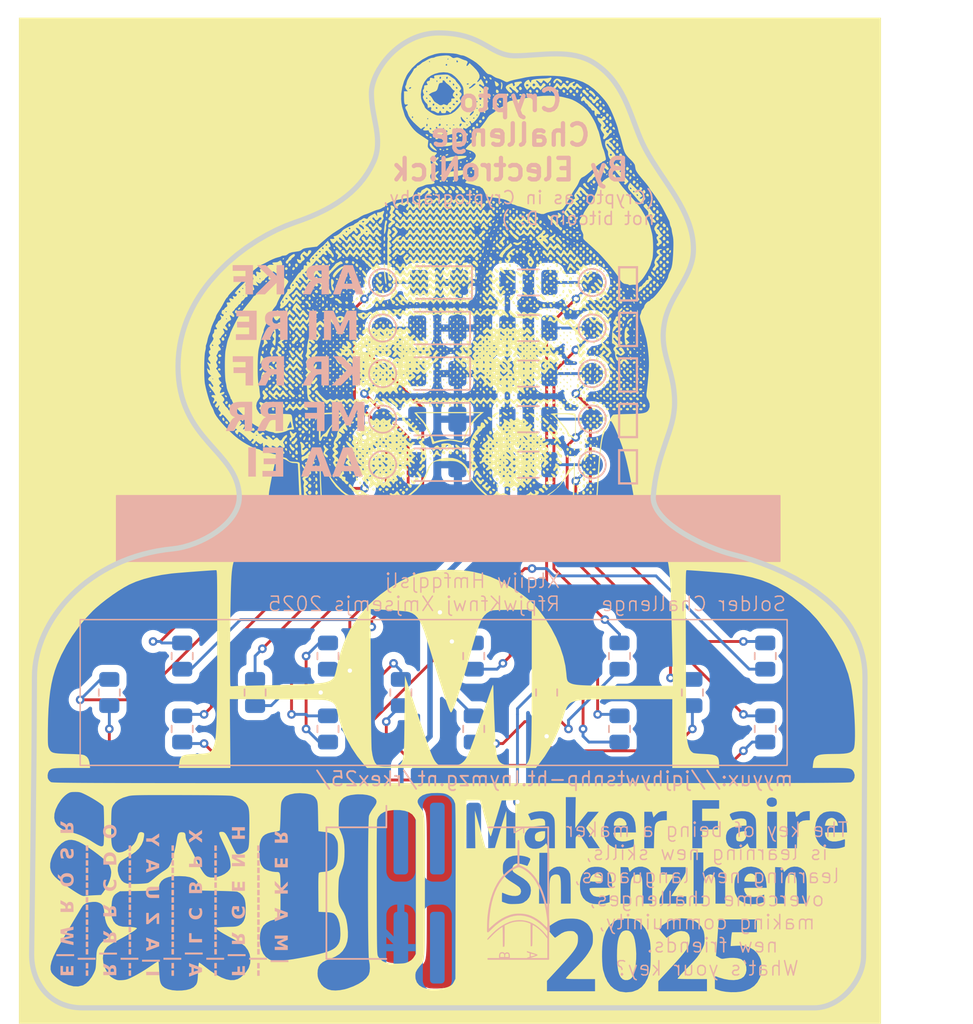
<source format=kicad_pcb>
(kicad_pcb (version 20241229) (generator "pcbnew") (generator_version "9.0")
  (layers (0 "F.Cu" signal) (2 "B.Cu" signal) (13 "F.Paste" user) (15 "B.Paste" user) (5 "F.SilkS" user "F.Silkscreen") (7 "B.SilkS" user "B.Silkscreen") (1 "F.Mask" user) (3 "B.Mask" user) (25 "Edge.Cuts" user))
  (net 0 "")
  (net 1 "Net-(D1-A)")
  (net 2 "GND")
  (net 3 "Net-(D2-A)")
  (net 4 "Net-(D3-A)")
  (net 5 "Net-(D4-A)")
  (net 6 "Net-(D5-A)")
  (net 7 "Net-(R1-Pad2)")
  (net 8 "VCC")
  (net 9 "Net-(R2-Pad2)")
  (net 10 "Net-(R3-Pad2)")
  (net 11 "Net-(R4-Pad2)")
  (net 12 "Net-(R10-Pad1)")
  (net 13 "Net-(R11-Pad1)")
  (net 14 "Net-(R12-Pad1)")
  (net 15 "Net-(R13-Pad1)")
  (net 16 "Net-(R14-Pad1)")
  (net 17 "Net-(R10-Pad2)")
  (net 18 "Net-(R11-Pad2)")
  (net 19 "Net-(R12-Pad2)")
  (net 20 "Net-(R13-Pad2)")
  (net 21 "Net-(R14-Pad2)")
  (net 22 "Net-(R15-Pad2)")
  (footprint "LOGO" (layer "F.Cu") (at 72 112.5)
    (property "Reference" "G***" (hide yes))
    (property "Value" "LOGO" (hide yes))
  )
  (footprint "LOGO" (layer "F.Cu") (at 72 112.5)
    (property "Reference" "G***" (hide yes))
    (property "Value" "LOGO" (hide yes))
  )
  (footprint "LOGO" (layer "F.Cu") (at 72.136 112.458175)
    (property "Reference" "G***")
    (property "Value" "LOGO" (hide yes))
  )
  (footprint "LED_SMD:LED_1206_3216Metric" (layer "B.Cu") (at 71.12 108.585 180)
    (property "Reference" "D1" (hide yes))
    (property "Value" "LED")
  )
  (footprint "Resistor_SMD:R_0805_2012Metric" (layer "B.Cu") (at 63.5 121.92 90)
    (property "Reference" "R13" (hide yes))
    (property "Value" "0R")
  )
  (footprint "Resistor_SMD:R_0805_2012Metric" (layer "B.Cu") (at 83.82 121.92 -90)
    (property "Reference" "R10" (hide yes))
    (property "Value" "0R")
  )
  (footprint "Resistor_SMD:R_1206_3216Metric" (layer "B.Cu") (at 77.47 95.885)
    (property "Reference" "R4" (hide yes))
    (property "Value" "330R")
  )
  (footprint "Resistor_SMD:R_0805_2012Metric" (layer "B.Cu") (at 53.34 121.92 90)
    (property "Reference" "R20" (hide yes))
    (property "Value" "0R")
  )
  (footprint "Resistor_SMD:R_0805_2012Metric" (layer "B.Cu") (at 63.5 127 90)
    (property "Reference" "R18" (hide yes))
    (property "Value" "0R")
  )
  (footprint "TestPoint:TestPoint_Pad_D1.5mm" (layer "B.Cu") (at 81.915 102.235 180)
    (property "Reference" "TP3" (hide yes))
    (property "Value" "月")
  )
  (footprint "LED_SMD:LED_1206_3216Metric" (layer "B.Cu") (at 71.12 102.235 180)
    (property "Reference" "D2" (hide yes))
    (property "Value" "LED")
  )
  (footprint "LOGO" (layer "B.Cu") (at 76.708 138.684 90)
    (property "Reference" "G***" (hide yes))
    (property "Value" "LOGO" (hide yes))
  )
  (footprint "TestPoint:TestPoint_Pad_D1.5mm" (layer "B.Cu") (at 67.31 95.885 180)
    (property "Reference" "TP9" (hide yes))
    (property "Value" "AR KF")
  )
  (footprint "TestPoint:TestPoint_Pad_D1.5mm" (layer "B.Cu") (at 81.915 108.585 180)
    (property "Reference" "TP2" (hide yes))
    (property "Value" "水")
  )
  (footprint "LED_SMD:LED_1206_3216Metric" (layer "B.Cu") (at 71.12 99.06 180)
    (property "Reference" "D3" (hide yes))
    (property "Value" "LED")
  )
  (footprint "Resistor_SMD:R_0805_2012Metric" (layer "B.Cu") (at 68.58 124.46 90)
    (property "Reference" "R12" (hide yes))
    (property "Value" "0R")
  )
  (footprint "TestPoint:TestPoint_Pad_D1.5mm" (layer "B.Cu") (at 67.31 105.41 180)
    (property "Reference" "TP10" (hide yes))
    (property "Value" "MF RR")
  )
  (footprint "Connector_IDC:IDC-Header_2x03_P2.54mm_Vertical_SMD" (layer "B.Cu") (at 71.12 138.44 -90)
    (property "Reference" "J2" (hide yes))
    (property "Value" "Conn_02x03_Odd_Even")
  )
  (footprint "Resistor_SMD:R_0805_2012Metric" (layer "B.Cu") (at 78.74 124.46 90)
    (property "Reference" "R11" (hide yes))
    (property "Value" "0R")
  )
  (footprint "TestPoint:TestPoint_Pad_D1.5mm" (layer "B.Cu") (at 81.915 105.41 180)
    (property "Reference" "TP1" (hide yes))
    (property "Value" "火")
  )
  (footprint "Resistor_SMD:R_0805_2012Metric" (layer "B.Cu") (at 83.82 127 -90)
    (property "Reference" "R9" (hide yes))
    (property "Value" "0R")
  )
  (footprint "TestPoint:TestPoint_Pad_D1.5mm" (layer "B.Cu") (at 67.31 102.235 180)
    (property "Reference" "TP7" (hide yes))
    (property "Value" "KR RF")
  )
  (footprint "Resistor_SMD:R_0805_2012Metric" (layer "B.Cu") (at 73.66 121.92 90)
    (property "Reference" "R14" (hide yes))
    (property "Value" "0R")
  )
  (footprint "Resistor_SMD:R_1206_3216Metric" (layer "B.Cu") (at 77.47 99.06)
    (property "Reference" "R5" (hide yes))
    (property "Value" "330R")
  )
  (footprint "Resistor_SMD:R_0805_2012Metric" (layer "B.Cu") (at 53.34 127 90)
    (property "Reference" "R19" (hide yes))
    (property "Value" "0R")
  )
  (footprint "LED_SMD:LED_1206_3216Metric" (layer "B.Cu") (at 71.12 105.41 180)
    (property "Reference" "D5" (hide yes))
    (property "Value" "LED")
  )
  (footprint "Resistor_SMD:R_0805_2012Metric" (layer "B.Cu") (at 58.42 124.46 90)
    (property "Reference" "R17" (hide yes))
    (property "Value" "0R")
  )
  (footprint "Resistor_SMD:R_0805_2012Metric" (layer "B.Cu") (at 88.9 124.46 -90)
    (property "Reference" "R6" (hide yes))
    (property "Value" "0R")
  )
  (footprint "Resistor_SMD:R_0805_2012Metric" (layer "B.Cu") (at 93.98 127 -90)
    (property "Reference" "R7" (hide yes))
    (property "Value" "0R")
  )
  (footprint "TestPoint:TestPoint_Pad_D1.5mm" (layer "B.Cu") (at 81.915 95.885 180)
    (property "Reference" "TP4" (hide yes))
    (property "Value" "金")
  )
  (footprint "Resistor_SMD:R_1206_3216Metric" (layer "B.Cu") (at 77.47 105.41)
    (property "Reference" "R1" (hide yes))
    (property "Value" "330R")
  )
  (footprint "TestPoint:TestPoint_Pad_D1.5mm" (layer "B.Cu") (at 67.31 108.585 180)
    (property "Reference" "TP6" (hide yes))
    (property "Value" "AA EI")
  )
  (footprint "Resistor_SMD:R_1206_3216Metric" (layer "B.Cu") (at 77.47 102.235)
    (property "Reference" "R3" (hide yes))
    (property "Value" "330R")
  )
  (footprint "Resistor_SMD:R_0805_2012Metric" (layer "B.Cu") (at 48.26 124.46 90)
    (property "Reference" "R16" (hide yes))
    (property "Value" "0R")
  )
  (footprint "TestPoint:TestPoint_Pad_D1.5mm" (layer "B.Cu") (at 81.915 99.06 180)
    (property "Reference" "TP5" (hide yes))
    (property "Value" "木")
  )
  (footprint "Resistor_SMD:R_0805_2012Metric" (layer "B.Cu") (at 73.66 127 90)
    (property "Reference" "R15" (hide yes))
    (property "Value" "0R")
  )
  (footprint "Resistor_SMD:R_1206_3216Metric" (layer "B.Cu") (at 77.47 108.585)
    (property "Reference" "R2" (hide yes))
    (property "Value" "330R")
  )
  (footprint "LED_SMD:LED_1206_3216Metric" (layer "B.Cu") (at 71.25 95.885 180)
    (property "Reference" "D4" (hide yes))
    (property "Value" "LED")
  )
  (footprint "Resistor_SMD:R_0805_2012Metric" (layer "B.Cu") (at 93.98 121.92 -90)
    (property "Reference" "R8" (hide yes))
    (property "Value" "0R")
  )
  (footprint "TestPoint:TestPoint_Pad_D1.5mm" (layer "B.Cu") (at 67.31 99.06 180)
    (property "Reference" "TP8" (hide yes))
    (property "Value" "MI RE")
  )
  (gr_rect (start 48.768 110.744) (end 94.996 115.316) (stroke (width 0.1)) (fill yes) (layer "B.SilkS"))
  (gr_rect (start 46.228 119.38) (end 95.504 129.54) (stroke (width 0.1)) (fill no) (layer "B.SilkS"))
  (gr_poly (pts (xy 71.5 78.5) (xy 71.771431 78.513421) (xy 72.028322 78.535068) (xy 72.27143 78.564351) (xy 72.501513 78.600679) (xy 72.719328 78.643462) (xy 72.925633 78.69211) (xy 73.121186 78.746033) (xy 73.483064 78.867343) (xy 73.811023 79.00267) (xy 74.111122 79.147292) (xy 74.389422 79.296488) (xy 74.904867 79.589712) (xy 75.154133 79.724298) (xy 75.405841 79.84457) (xy 75.666052 79.945807) (xy 75.80124 79.987812) (xy 75.940827 80.023287) (xy 76.085569 80.051643) (xy 76.236225 80.072289) (xy 76.393551 80.084635) (xy 76.558307 80.08809) (xy 76.90403 80.080272) (xy 77.255208 80.063678) (xy 77.969358 80.016412) (xy 78.691614 79.9708) (xy 79.052925 79.956273) (xy 79.412835 79.951349) (xy 79.770199 79.959092) (xy 80.123877 79.982565) (xy 80.472724 80.024832) (xy 80.815598 80.088955) (xy 81.151357 80.177998) (xy 81.478857 80.295025) (xy 81.639153 80.364989) (xy 81.796956 80.443098) (xy 81.952122 80.529734) (xy 82.10451 80.625281) (xy 82.311386 80.769306) (xy 82.506737 80.918859) (xy 82.691087 81.073656) (xy 82.864961 81.233408) (xy 83.028882 81.39783) (xy 83.183376 81.566635) (xy 83.328965 81.739537) (xy 83.466174 81.916249) (xy 83.71755 82.279958) (xy 83.941696 82.655469) (xy 84.142806 83.040492) (xy 84.325074 83.432734) (xy 84.492691 83.829904) (xy 84.649853 84.229709) (xy 84.94958 85.028059) (xy 85.100533 85.42202) (xy 85.257802 85.80945) (xy 85.425582 86.188055) (xy 85.608066 86.555546) (xy 85.852701 86.995543) (xy 86.113149 87.427922) (xy 86.664005 88.276266) (xy 87.225679 89.113457) (xy 87.499649 89.531897) (xy 87.763214 89.952378) (xy 88.012006 90.376513) (xy 88.241655 90.80591) (xy 88.447792 91.24218) (xy 88.626046 91.686933) (xy 88.703353 91.912994) (xy 88.77205 92.141779) (xy 88.831592 92.37349) (xy 88.881432 92.608328) (xy 88.921025 92.846495) (xy 88.949825 93.088192) (xy 88.967284 93.333619) (xy 88.972857 93.582978) (xy 88.968097 93.751751) (xy 88.95487 93.917424) (xy 88.933656 94.080193) (xy 88.904939 94.240255) (xy 88.8692 94.397807) (xy 88.826922 94.553046) (xy 88.724675 94.85737) (xy 88.602054 95.154804) (xy 88.462916 95.44692) (xy 88.311118 95.735293) (xy 88.150515 96.021499) (xy 87.818321 96.593703) (xy 87.654442 96.882851) (xy 87.497185 97.176129) (xy 87.350406 97.475111) (xy 87.21796 97.781371) (xy 87.103705 98.096485) (xy 87.054604 98.257854) (xy 87.011497 98.422026) (xy 86.964035 98.63631) (xy 86.926406 98.84364) (xy 86.898065 99.044505) (xy 86.878465 99.239389) (xy 86.86706 99.42878) (xy 86.863303 99.613164) (xy 86.876554 99.968854) (xy 86.913848 100.310351) (xy 86.970816 100.641545) (xy 87.043092 100.966325) (xy 87.126306 101.288584) (xy 87.308076 101.941095) (xy 87.397895 102.279128) (xy 87.481179 102.630201) (xy 87.553559 102.998203) (xy 87.610668 103.387025) (xy 87.648137 103.800557) (xy 87.658141 104.017805) (xy 87.661597 104.24269) (xy 87.658013 104.433758) (xy 87.647535 104.620947) (xy 87.607538 104.985645) (xy 87.544893 105.340711) (xy 87.462886 105.690071) (xy 87.364801 106.03765) (xy 87.253926 106.387374) (xy 87.006946 107.108964) (xy 86.748233 107.886247) (xy 86.62269 108.305589) (xy 86.504072 108.750632) (xy 86.395664 109.225302) (xy 86.300752 109.733526) (xy 86.222621 110.279229) (xy 86.164557 110.866338) (xy 86.177289 111.03971) (xy 86.211491 111.212086) (xy 86.266051 111.383249) (xy 86.339859 111.55298) (xy 86.431801 111.721062) (xy 86.540768 111.887278) (xy 86.665648 112.051408) (xy 86.805329 112.213236) (xy 86.958699 112.372544) (xy 87.124648 112.529114) (xy 87.302064 112.682728) (xy 87.489836 112.833169) (xy 87.891999 113.123658) (xy 88.322247 113.39884) (xy 88.771688 113.656973) (xy 89.231431 113.896313) (xy 89.692584 114.11512) (xy 90.146255 114.311651) (xy 90.583554 114.484163) (xy 90.995588 114.630915) (xy 91.373466 114.750164) (xy 91.708297 114.840169) (xy 92.34461 115.006668) (xy 93.032744 115.214994) (xy 93.759885 115.466669) (xy 94.513218 115.763219) (xy 95.279928 116.106165) (xy 96.047199 116.497033) (xy 96.802217 116.937345) (xy 97.532166 117.428625) (xy 98.224233 117.972397) (xy 98.552055 118.264443) (xy 98.865601 118.570183) (xy 99.163269 118.889809) (xy 99.443457 119.223509) (xy 99.704562 119.571475) (xy 99.944984 119.933897) (xy 100.16312 120.310966) (xy 100.357368 120.702871) (xy 100.526127 121.109804) (xy 100.667795 121.531955) (xy 100.780769 121.969514) (xy 100.863448 122.422672) (xy 100.91423 122.891619) (xy 100.931514 123.376546) (xy 100.833392 142.804162) (xy 100.828621 142.967407) (xy 100.814492 143.131192) (xy 100.791278 143.295142) (xy 100.759255 143.458883) (xy 100.718695 143.622038) (xy 100.669874 143.784232) (xy 100.613065 143.94509) (xy 100.548544 144.104237) (xy 100.476584 144.261297) (xy 100.397459 144.415895) (xy 100.311444 144.567657) (xy 100.218813 144.716205) (xy 100.014801 145.002163) (xy 99.787616 145.270768) (xy 99.666019 145.397624) (xy 99.539452 145.519016) (xy 99.408189 145.634569) (xy 99.272504 145.743906) (xy 99.132672 145.846653) (xy 98.988966 145.942435) (xy 98.841662 146.030876) (xy 98.691032 146.1116) (xy 98.537353 146.184233) (xy 98.380896 146.2484) (xy 98.221938 146.303724) (xy 98.060753 146.349831) (xy 97.897614 146.386345) (xy 97.732795 146.412891) (xy 97.566572 146.429094) (xy 97.399219 146.434579) (xy 46.37719 146.434579) (xy 46.179853 146.429944) (xy 45.986878 146.416169) (xy 45.798391 146.393445) (xy 45.614515 146.361965) (xy 45.435376 146.321921) (xy 45.261098 146.273506) (xy 45.091806 146.21691) (xy 44.927625 146.152328) (xy 44.768679 146.079951) (xy 44.615094 145.999971) (xy 44.466994 145.91258) (xy 44.324504 145.817971) (xy 44.187748 145.716337) (xy 44.056852 145.607868) (xy 43.93194 145.492758) (xy 43.813137 145.371199) (xy 43.700567 145.243383) (xy 43.594356 145.109503) (xy 43.494628 144.96975) (xy 43.401508 144.824317) (xy 43.315121 144.673396) (xy 43.235591 144.517179) (xy 43.163043 144.355859) (xy 43.097602 144.189628) (xy 43.039393 144.018678) (xy 42.98854 143.843201) (xy 42.945169 143.66339) (xy 42.909403 143.479437) (xy 42.881369 143.291534) (xy 42.861189 143.099873) (xy 42.84899 142.904647) (xy 42.844896 142.706048) (xy 42.943016 134.718322) (xy 43.010473 128.680299) (xy 43.041135 123.37655) (xy 43.052057 123.006788) (xy 43.08463 122.63488) (xy 43.138561 122.261626) (xy 43.213559 121.887824) (xy 43.309331 121.514276) (xy 43.425586 121.141781) (xy 43.562032 120.77114) (xy 43.718376 120.403152) (xy 43.894328 120.038619) (xy 44.089595 119.678338) (xy 44.303884 119.323112) (xy 44.536905 118.973739) (xy 44.788366 118.63102) (xy 45.057974 118.295756) (xy 45.345437 117.968745) (xy 45.650464 117.650788) (xy 45.972763 117.342686) (xy 46.312041 117.045237) (xy 46.668007 116.759243) (xy 47.04037 116.485504) (xy 47.428836 116.224819) (xy 47.833115 115.977988) (xy 48.252914 115.745812) (xy 48.687941 115.52909) (xy 49.137905 115.328624) (xy 49.602513 115.145212) (xy 50.081474 114.979655) (xy 50.574496 114.832752) (xy 51.081287 114.705305) (xy 51.601554 114.598113) (xy 52.135007 114.511976) (xy 52.681353 114.447694) (xy 53.046555 114.397561) (xy 53.427446 114.316456) (xy 53.818509 114.205878) (xy 54.214226 114.067326) (xy 54.609081 113.902298) (xy 54.997554 113.712293) (xy 55.374129 113.49881) (xy 55.733288 113.263347) (xy 56.069514 113.007403) (xy 56.377289 112.732477) (xy 56.518783 112.588364) (xy 56.651095 112.440068) (xy 56.773536 112.287775) (xy 56.885416 112.131673) (xy 56.986045 111.97195) (xy 57.074733 111.808792) (xy 57.150791 111.642388) (xy 57.213529 111.472924) (xy 57.262258 111.300588) (xy 57.296287 111.125567) (xy 57.314927 110.948049) (xy 57.317489 110.76822) (xy 57.296466 110.478755) (xy 57.253112 110.202511) (xy 57.188934 109.938215) (xy 57.105442 109.684592) (xy 57.004143 109.440367) (xy 56.886546 109.204265) (xy 56.754159 108.975012) (xy 56.608489 108.751333) (xy 56.451047 108.531953) (xy 56.283338 108.315599) (xy 55.923158 107.886866) (xy 55.145977 107.009615) (xy 54.753107 106.540703) (xy 54.560881 106.294214) (xy 54.373472 106.038004) (xy 54.192389 105.770798) (xy 54.019139 105.491321) (xy 53.855231 105.198299) (xy 53.702173 104.890456) (xy 53.561473 104.56652) (xy 53.43464 104.225214) (xy 53.323182 103.865264) (xy 53.228606 103.485396) (xy 53.152422 103.084335) (xy 53.096138 102.660806) (xy 53.061261 102.213534) (xy 53.0493 101.741246) (xy 53.063131 101.244611) (xy 53.103869 100.758674) (xy 53.170378 100.283544) (xy 53.261524 99.819331) (xy 53.376173 99.366142) (xy 53.51319 98.924086) (xy 53.67144 98.493273) (xy 53.849789 98.073812) (xy 54.047103 97.66581) (xy 54.262246 97.269376) (xy 54.494085 96.88462) (xy 54.741485 96.511651) (xy 55.00331 96.150577) (xy 55.278428 95.801506) (xy 55.863999 95.139811) (xy 56.489123 94.527437) (xy 57.144723 93.965254) (xy 57.821722 93.454133) (xy 58.511044 92.994942) (xy 59.203613 92.588554) (xy 59.890352 92.235838) (xy 60.562185 91.937664) (xy 61.210036 91.694902) (xy 61.643665 91.542269) (xy 62.070717 91.379952) (xy 62.489952 91.206916) (xy 62.900129 91.022129) (xy 63.300007 90.824554) (xy 63.688345 90.613158) (xy 64.063902 90.386907) (xy 64.425439 90.144766) (xy 64.771713 89.885701) (xy 65.101485 89.608678) (xy 65.413513 89.312661) (xy 65.706556 88.996618) (xy 65.979375 88.659513) (xy 66.230727 88.300313) (xy 66.459373 87.917982) (xy 66.664071 87.511487) (xy 66.728502 87.361473) (xy 66.78394 87.212328) (xy 66.830842 87.063963) (xy 66.869662 86.916288) (xy 66.900857 86.769214) (xy 66.924882 86.622652) (xy 66.942192 86.476511) (xy 66.953244 86.330704) (xy 66.958392 86.039729) (xy 66.943972 85.749012) (xy 66.913628 85.457838) (xy 66.871005 85.165492) (xy 66.650609 83.970084) (xy 66.601257 83.66115) (xy 66.561494 83.346754) (xy 66.534963 83.026179) (xy 66.52531 82.698711) (xy 66.530961 82.549048) (xy 66.547775 82.393764) (xy 66.575546 82.23354) (xy 66.614065 82.069056) (xy 66.663124 81.900992) (xy 66.722517 81.730029) (xy 66.792035 81.556846) (xy 66.87147 81.382123) (xy 67.059263 81.030781) (xy 67.284234 80.681444) (xy 67.410143 80.509227) (xy 67.544723 80.339552) (xy 67.687767 80.173098) (xy 67.839067 80.010547) (xy 67.998416 79.852577) (xy 68.165606 79.69987) (xy 68.34043 79.553106) (xy 68.522678 79.412963) (xy 68.712145 79.280124) (xy 68.908622 79.155267) (xy 69.111902 79.039074) (xy 69.321776 78.932224) (xy 69.538038 78.835397) (xy 69.76048 78.749273) (xy 69.988893 78.674533) (xy 70.223071 78.611858) (xy 70.462805 78.561926) (xy 70.707888 78.525418) (xy 70.958113 78.503014) (xy 71.213271 78.495395)) (stroke (width 0.362433) (color 255 0 0 1)) (fill no) (layer "Edge.Cuts"))
  (gr_text "Xtqijw Hmfqqjslj\nRfpjwKfnwj Xmjsemjs 2025" (at 79.756 118.872 0) (layer "B.SilkS") (effects (font (size 1 1) (thickness 0.1)) (justify left bottom mirror)))
  (gr_text "myyux://jqjhywtsnhp-ht.lnymzg.nt/rkex25/" (at 96.012 131.064 0) (layer "B.SilkS") (effects (font (size 1 1) (thickness 0.125)) (justify left bottom mirror)))
  (gr_text "Solder Challenge" (at 95.504 118.872 0) (layer "B.SilkS") (effects (font (size 1 1) (thickness 0.1)) (justify left bottom mirror)))
  (gr_text "  | M  A  K  E  R\n--|---------------\nF | R  G  E  N  H\n--|---------------\nA | L  C  B  P  X\n--|---------------\nI | A  Z  U  A  Y\n--|---------------\nR | R  R  C  D  O\n--|---------------\nE | W  R  Q  S  R" (at 44.704 144.272 270) (layer "B.SilkS") (effects (font (size 0.889 0.889) (thickness 0.2) (bold yes)) (justify left bottom mirror)))
  (gr_text "Crypto\nChallenge\nBy ElectroNick" (at 76.2 88.9 0) (layer "B.SilkS") (effects (font (size 1.5 1.5) (thickness 0.3) (bold yes)) (justify bottom mirror)))
  (gr_text "(Crypto as in Cryptography, \nnot bitcoin D: )" (at 86.36 91.948 0) (layer "B.SilkS") (effects (font (size 0.9 0.9) (thickness 0.1125)) (justify left bottom mirror)))
  (gr_text "The key of being a maker\nis learning new skills,\nlearning new languages,\novercome challenges,\nmaking commuinity,\nnew friends. \nWhat's your key?\n" (at 89.916 144.272 0) (layer "B.SilkS") (effects (font (size 1 1) (thickness 0.1)) (justify bottom mirror)))
  (segment (start 46.228 124.968) (end 50.292 124.968) (width 0.2) (layer "F.Cu") (net 1))
  (segment (start 46.228 124.968) (end 46.228 124.761) (width 0.2) (layer "F.Cu") (net 1))
  (segment (start 50.292 124.968) (end 65.024 110.236) (width 0.2) (layer "F.Cu") (net 1))
  (segment (start 65.024 110.236) (end 66.04 110.236) (width 0.2) (layer "F.Cu") (net 1))
  (via (at 66.04 110.236) (size 0.6) (drill 0.3) (layers "F.Cu" "B.Cu") (net 1))
  (via (at 46.228 124.968) (size 0.6) (drill 0.3) (layers "F.Cu" "B.Cu") (net 1))
  (segment (start 66.04 109.855) (end 67.31 108.585) (width 0.2) (layer "B.Cu") (net 1))
  (segment (start 67.31 108.585) (end 69.72 108.585) (width 0.2) (layer "B.Cu") (net 1))
  (segment (start 47.6485 123.5475) (end 48.26 123.5475) (width 0.2) (layer "B.Cu") (net 1))
  (segment (start 66.04 110.236) (end 66.04 109.855) (width 0.2) (layer "B.Cu") (net 1))
  (segment (start 46.228 124.968) (end 47.6485 123.5475) (width 0.2) (layer "B.Cu") (net 1))
  (segment (start 66.548 140.208) (end 66.548 121.92) (width 0.381) (layer "B.Cu") (net 2))
  (segment (start 67.818 117.094) (end 72.65 112.262) (width 0.381) (layer "B.Cu") (net 2))
  (segment (start 68.58 142.24) (end 66.548 140.208) (width 0.381) (layer "B.Cu") (net 2))
  (segment (start 72.65 112.262) (end 72.65 95.885) (width 0.381) (layer "B.Cu") (net 2))
  (segment (start 67.818 120.65) (end 66.548 121.92) (width 0.381) (layer "B.Cu") (net 2))
  (segment (start 67.818 117.094) (end 67.818 120.65) (width 0.381) (layer "B.Cu") (net 2))
  (segment (start 69.088 106.68) (end 69.088 111.252) (width 0.2) (layer "F.Cu") (net 3))
  (segment (start 69.088 111.252) (end 58.928 121.412) (width 0.2) (layer "F.Cu") (net 3))
  (segment (start 66.04 103.632) (end 69.088 106.68) (width 0.2) (layer "F.Cu") (net 3))
  (via (at 58.928 121.412) (size 0.6) (drill 0.3) (layers "F.Cu" "B.Cu") (net 3))
  (via (at 66.04 103.632) (size 0.6) (drill 0.3) (layers "F.Cu" "B.Cu") (net 3))
  (segment (start 58.928 121.412) (end 58.42 121.92) (width 0.2) (layer "B.Cu") (net 3))
  (segment (start 58.42 121.92) (end 58.42 123.5475) (width 0.2) (layer "B.Cu") (net 3))
  (segment (start 67.31 102.235) (end 67.31 102.362) (width 0.2) (layer "B.Cu") (net 3))
  (segment (start 67.31 102.362) (end 66.04 103.632) (width 0.2) (layer "B.Cu") (net 3))
  (segment (start 67.31 102.235) (end 69.72 102.235) (width 0.2) (layer "B.Cu") (net 3))
  (segment (start 60.96 121.412) (end 60.96 125.984) (width 0.2) (layer "F.Cu") (net 4))
  (segment (start 70.104 104.648) (end 70.104 112.268) (width 0.2) (layer "F.Cu") (net 4))
  (segment (start 66.04 100.584) (end 70.104 104.648) (width 0.2) (layer "F.Cu") (net 4))
  (segment (start 70.104 112.268) (end 60.96 121.412) (width 0.2) (layer "F.Cu") (net 4))
  (via (at 60.96 125.984) (size 0.6) (drill 0.3) (layers "F.Cu" "B.Cu") (net 4))
  (via (at 66.04 100.584) (size 0.6) (drill 0.3) (layers "F.Cu" "B.Cu") (net 4))
  (segment (start 67.31 99.06) (end 66.04 100.33) (width 0.2) (layer "B.Cu") (net 4))
  (segment (start 66.04 100.33) (end 66.04 100.584) (width 0.2) (layer "B.Cu") (net 4))
  (segment (start 61.976 125.984) (end 62.0795 126.0875) (width 0.2) (layer "B.Cu") (net 4))
  (segment (start 60.96 125.984) (end 61.976 125.984) (width 0.2) (layer "B.Cu") (net 4))
  (segment (start 67.31 99.06) (end 69.72 99.06) (width 0.2) (layer "B.Cu") (net 4))
  (segment (start 62.0795 126.0875) (end 63.5 126.0875) (width 0.2) (layer "B.Cu") (net 4))
  (segment (start 55.372 125.476) (end 54.864 125.984) (width 0.2) (layer "F.Cu") (net 5))
  (segment (start 67.564 106.359809) (end 67.564 110.236) (width 0.2) (layer "F.Cu") (net 5))
  (segment (start 67.564 110.236) (end 55.372 122.428) (width 0.2) (layer "F.Cu") (net 5))
  (segment (start 55.372 122.428) (end 55.372 125.476) (width 0.2) (layer "F.Cu") (net 5))
  (segment (start 65.344191 104.14) (end 67.564 106.359809) (width 0.2) (layer "F.Cu") (net 5))
  (segment (start 66.04 97.028) (end 65.344191 97.723809) (width 0.2) (layer "F.Cu") (net 5))
  (segment (start 65.344191 97.723809) (end 65.344191 104.14) (width 0.2) (layer "F.Cu") (net 5))
  (via (at 66.04 97.028) (size 0.6) (drill 0.3) (layers "F.Cu" "B.Cu") (net 5))
  (via (at 54.864 125.984) (size 0.6) (drill 0.3) (layers "F.Cu" "B.Cu") (net 5))
  (segment (start 67.31 95.885) (end 69.85 95.885) (width 0.2) (layer "B.Cu") (net 5))
  (segment (start 53.4435 125.984) (end 53.34 126.0875) (width 0.2) (layer "B.Cu") (net 5))
  (segment (start 67.31 95.885) (end 67.183 95.885) (width 0.2) (layer "B.Cu") (net 5))
  (segment (start 54.864 125.984) (end 53.4435 125.984) (width 0.2) (layer "B.Cu") (net 5))
  (segment (start 67.183 95.885) (end 66.04 97.028) (width 0.2) (layer "B.Cu") (net 5))
  (segment (start 51.308 120.904) (end 51.816 120.904) (width 0.2) (layer "F.Cu") (net 6))
  (segment (start 51.816 120.904) (end 66.04 106.68) (width 0.2) (layer "F.Cu") (net 6))
  (via (at 66.04 106.68) (size 0.6) (drill 0.3) (layers "F.Cu" "B.Cu") (net 6))
  (via (at 51.308 120.904) (size 0.6) (drill 0.3) (layers "F.Cu" "B.Cu") (net 6))
  (segment (start 67.31 105.41) (end 66.04 106.68) (width 0.2) (layer "B.Cu") (net 6))
  (segment (start 51.308 120.904) (end 51.816 120.904) (width 0.2) (layer "B.Cu") (net 6))
  (segment (start 51.9195 121.0075) (end 53.34 121.0075) (width 0.2) (layer "B.Cu") (net 6))
  (segment (start 51.816 120.904) (end 51.9195 121.0075) (width 0.2) (layer "B.Cu") (net 6))
  (segment (start 67.31 105.41) (end 69.72 105.41) (width 0.2) (layer "B.Cu") (net 6))
  (segment (start 80.171 107.281) (end 80.171 114.715) (width 0.2) (layer "F.Cu") (net 7))
  (segment (start 80.772 106.68) (end 80.171 107.281) (width 0.2) (layer "F.Cu") (net 7))
  (segment (start 87.376 121.92) (end 80.171 114.715) (width 0.2) (layer "F.Cu") (net 7))
  (segment (start 87.376 121.92) (end 87.376 123.444) (width 0.2) (layer "F.Cu") (net 7))
  (via (at 87.376 123.444) (size 0.6) (drill 0.3) (layers "F.Cu" "B.Cu") (net 7))
  (via (at 80.772 106.68) (size 0.6) (drill 0.3) (layers "F.Cu" "B.Cu") (net 7))
  (segment (start 81.915 105.41) (end 78.9325 105.41) (width 0.2) (layer "B.Cu") (net 7))
  (segment (start 88.7965 123.444) (end 88.9 123.5475) (width 0.2) (layer "B.Cu") (net 7))
  (segment (start 81.915 105.537) (end 80.772 106.68) (width 0.2) (layer "B.Cu") (net 7))
  (segment (start 87.376 123.444) (end 88.7965 123.444) (width 0.2) (layer "B.Cu") (net 7))
  (segment (start 81.915 105.41) (end 81.915 105.537) (width 0.2) (layer "B.Cu") (net 7))
  (segment (start 70.612 117.348) (end 70.612 127.508) (width 0.381) (layer "B.Cu") (net 8))
  (segment (start 68.58 129.54) (end 68.58 134.64) (width 0.381) (layer "B.Cu") (net 8))
  (segment (start 76.0075 95.885) (end 76.0075 99.06) (width 0.381) (layer "B.Cu") (net 8))
  (segment (start 76.0075 111.9525) (end 70.612 117.348) (width 0.381) (layer "B.Cu") (net 8))
  (segment (start 70.612 127.508) (end 68.58 129.54) (width 0.381) (layer "B.Cu") (net 8))
  (segment (start 76.0075 99.06) (end 76.0075 102.235) (width 0.381) (layer "B.Cu") (net 8))
  (segment (start 76.0075 102.235) (end 76.0075 108.585) (width 0.381) (layer "B.Cu") (net 8))
  (segment (start 76.0075 108.585) (end 76.0075 111.9525) (width 0.381) (layer "B.Cu") (net 8))
  (segment (start 80.772 114.3) (end 92.456 125.984) (width 0.2) (layer "F.Cu") (net 9))
  (segment (start 80.772 109.728) (end 80.772 114.3) (width 0.2) (layer "F.Cu") (net 9))
  (via (at 92.456 125.984) (size 0.6) (drill 0.3) (layers "F.Cu" "B.Cu") (net 9))
  (via (at 80.772 109.728) (size 0.6) (drill 0.3) (layers "F.Cu" "B.Cu") (net 9))
  (segment (start 92.5595 126.0875) (end 92.456 125.984) (width 0.2) (layer "B.Cu") (net 9))
  (segment (start 81.915 108.585) (end 80.772 109.728) (width 0.2) (layer "B.Cu") (net 9))
  (segment (start 81.915 108.585) (end 78.9325 108.585) (width 0.2) (layer "B.Cu") (net 9))
  (segment (start 93.98 126.0875) (end 92.5595 126.0875) (width 0.2) (layer "B.Cu") (net 9))
  (segment (start 81.788 112.776) (end 89.916 120.904) (width 0.2) (layer "F.Cu") (net 10))
  (segment (start 80.772 103.632) (end 81.788 104.648) (width 0.2) (layer "F.Cu") (net 10))
  (segment (start 89.916 120.904) (end 92.456 120.904) (width 0.2) (layer "F.Cu") (net 10))
  (segment (start 81.788 104.648) (end 81.788 112.776) (width 0.2) (layer "F.Cu") (net 10))
  (via (at 92.456 120.904) (size 0.6) (drill 0.3) (layers "F.Cu" "B.Cu") (net 10))
  (via (at 80.772 103.632) (size 0.6) (drill 0.3) (layers "F.Cu" "B.Cu") (net 10))
  (segment (start 93.8765 120.904) (end 93.98 121.0075) (width 0.2) (layer "B.Cu") (net 10))
  (segment (start 92.456 120.904) (end 93.8765 120.904) (width 0.2) (layer "B.Cu") (net 10))
  (segment (start 81.915 102.235) (end 81.915 102.489) (width 0.2) (layer "B.Cu") (net 10))
  (segment (start 81.915 102.235) (end 78.9325 102.235) (width 0.2) (layer "B.Cu") (net 10))
  (segment (start 81.915 102.489) (end 80.772 103.632) (width 0.2) (layer "B.Cu") (net 10))
  (segment (start 78.74 117.348) (end 79.248 117.856) (width 0.2) (layer "F.Cu") (net 11))
  (segment (start 79.248 117.856) (end 82.296 120.904) (width 0.2) (layer "F.Cu") (net 11))
  (segment (start 78.74 99.06) (end 78.74 117.348) (width 0.2) (layer "F.Cu") (net 11))
  (segment (start 80.772 97.028) (end 78.74 99.06) (width 0.2) (layer "F.Cu") (net 11))
  (segment (start 82.296 120.904) (end 82.296 125.984) (width 0.2) (layer "F.Cu") (net 11))
  (via (at 82.296 125.984) (size 0.6) (drill 0.3) (layers "F.Cu" "B.Cu") (net 11))
  (via (at 80.772 97.028) (size 0.6) (drill 0.3) (layers "F.Cu" "B.Cu") (net 11))
  (segment (start 81.915 95.885) (end 78.9325 95.885) (width 0.2) (layer "B.Cu") (net 11))
  (segment (start 82.296 125.984) (end 83.7165 125.984) (width 0.2) (layer "B.Cu") (net 11))
  (segment (start 83.7165 125.984) (end 83.82 126.0875) (width 0.2) (layer "B.Cu") (net 11))
  (segment (start 81.915 95.885) (end 80.772 97.028) (width 0.2) (layer "B.Cu") (net 11))
  (segment (start 79.248 115.316) (end 79.248 115.824) (width 0.2) (layer "F.Cu") (net 12))
  (segment (start 79.248 102.108) (end 79.248 115.316) (width 0.2) (layer "F.Cu") (net 12))
  (segment (start 80.772 100.584) (end 79.248 102.108) (width 0.2) (layer "F.Cu") (net 12))
  (segment (start 79.248 115.824) (end 82.804 119.38) (width 0.2) (layer "F.Cu") (net 12))
  (via (at 80.772 100.584) (size 0.6) (drill 0.3) (layers "F.Cu" "B.Cu") (net 12))
  (via (at 82.804 119.38) (size 0.6) (drill 0.3) (layers "F.Cu" "B.Cu") (net 12))
  (segment (start 81.915 99.06) (end 78.9325 99.06) (width 0.2) (layer "B.Cu") (net 12))
  (segment (start 83.82 120.396) (end 83.82 121.0075) (width 0.2) (layer "B.Cu") (net 12))
  (segment (start 81.915 99.06) (end 81.915 99.441) (width 0.2) (layer "B.Cu") (net 12))
  (segment (start 81.915 99.441) (end 80.772 100.584) (width 0.2) (layer "B.Cu") (net 12))
  (segment (start 82.804 119.38) (end 83.82 120.396) (width 0.2) (layer "B.Cu") (net 12))
  (segment (start 87.884 128.016) (end 87.376 128.524) (width 0.2) (layer "F.Cu") (net 13))
  (segment (start 79.248 128.524) (end 78.74 128.016) (width 0.2) (layer "F.Cu") (net 13))
  (segment (start 87.376 128.524) (end 80.772 128.524) (width 0.2) (layer "F.Cu") (net 13))
  (segment (start 88.9 127) (end 87.884 128.016) (width 0.2) (layer "F.Cu") (net 13))
  (segment (start 80.772 128.524) (end 79.248 128.524) (width 0.2) (layer "F.Cu") (net 13))
  (segment (start 78.74 128.016) (end 78.74 127.508) (width 0.2) (layer "F.Cu") (net 13))
  (via (at 88.9 127) (size 0.6) (drill 0.3) (layers "F.Cu" "B.Cu") (net 13))
  (via (at 78.74 127.508) (size 0.6) (drill 0.3) (layers "F.Cu" "B.Cu") (net 13))
  (segment (start 78.74 127.508) (end 78.74 125.3725) (width 0.2) (layer "B.Cu") (net 13))
  (segment (start 88.9 125.3725) (end 88.9 127) (width 0.2) (layer "B.Cu") (net 13))
  (segment (start 92.456 128.524) (end 91.44 129.54) (width 0.2) (layer "F.Cu") (net 14))
  (segment (start 91.44 129.54) (end 69.596 129.54) (width 0.2) (layer "F.Cu") (net 14))
  (segment (start 69.596 129.54) (end 67.564 127.508) (width 0.2) (layer "F.Cu") (net 14))
  (segment (start 67.564 127.508) (end 67.564 126.492) (width 0.2) (layer "F.Cu") (net 14))
  (via (at 92.456 128.524) (size 0.6) (drill 0.3) (layers "F.Cu" "B.Cu") (net 14))
  (via (at 67.564 126.492) (size 0.6) (drill 0.3) (layers "F.Cu" "B.Cu") (net 14))
  (segment (start 67.564 126.492) (end 67.564 126.3885) (width 0.2) (layer "B.Cu") (net 14))
  (segment (start 93.0675 127.9125) (end 92.456 128.524) (width 0.2) (layer "B.Cu") (net 14))
  (segment (start 93.98 127.9125) (end 93.0675 127.9125) (width 0.2) (layer "B.Cu") (net 14))
  (segment (start 67.564 126.3885) (end 68.58 125.3725) (width 0.2) (layer "B.Cu") (net 14))
  (segment (start 77.724 115.824) (end 77.216 115.824) (width 0.2) (layer "F.Cu") (net 15))
  (segment (start 77.216 115.824) (end 76.708 116.332) (width 0.2) (layer "F.Cu") (net 15))
  (segment (start 76.708 116.332) (end 68.072 116.332) (width 0.2) (layer "F.Cu") (net 15))
  (segment (start 68.072 116.332) (end 65.024 119.38) (width 0.2) (layer "F.Cu") (net 15))
  (segment (start 65.024 119.38) (end 65.024 122.936) (width 0.2) (layer "F.Cu") (net 15))
  (via (at 65.024 122.936) (size 0.6) (drill 0.3) (layers "F.Cu" "B.Cu") (net 15))
  (via (at 77.724 115.824) (size 0.6) (drill 0.3) (layers "F.Cu" "B.Cu") (net 15))
  (segment (start 86.36 116.332) (end 92.8605 122.8325) (width 0.2) (layer "B.Cu") (net 15))
  (segment (start 78.74 115.824) (end 79.248 116.332) (width 0.2) (layer "B.Cu") (net 15))
  (segment (start 79.248 116.332) (end 86.36 116.332) (width 0.2) (layer "B.Cu") (net 15))
  (segment (start 92.8605 122.8325) (end 93.98 122.8325) (width 0.2) (layer "B.Cu") (net 15))
  (segment (start 63.6035 122.936) (end 63.5 122.8325) (width 0.2) (layer "B.Cu") (net 15))
  (segment (start 65.024 122.936) (end 63.6035 122.936) (width 0.2) (layer "B.Cu") (net 15))
  (segment (start 77.724 115.824) (end 78.74 115.824) (width 0.2) (layer "B.Cu") (net 15))
  (segment (start 76.2 121.412) (end 76.2 121.92) (width 0.2) (layer "F.Cu") (net 16))
  (segment (start 76.708 120.904) (end 76.2 121.412) (width 0.2) (layer "F.Cu") (net 16))
  (segment (start 81.28 127) (end 81.28 121.92) (width 0.2) (layer "F.Cu") (net 16))
  (segment (start 80.264 120.904) (end 76.708 120.904) (width 0.2) (layer "F.Cu") (net 16))
  (segment (start 81.28 121.92) (end 80.264 120.904) (width 0.2) (layer "F.Cu") (net 16))
  (segment (start 76.2 121.92) (end 75.692 122.428) (width 0.2) (layer "F.Cu") (net 16))
  (via (at 81.28 127) (size 0.6) (drill 0.3) (layers "F.Cu" "B.Cu") (net 16))
  (via (at 75.692 122.428) (size 0.6) (drill 0.3) (layers "F.Cu" "B.Cu") (net 16))
  (segment (start 83.82 127.9125) (end 81.6845 127.9125) (width 0.2) (layer "B.Cu") (net 16))
  (segment (start 81.6845 127.9125) (end 81.28 127.508) (width 0.2) (layer "B.Cu") (net 16))
  (segment (start 81.28 127.508) (end 81.28 127) (width 0.2) (layer "B.Cu") (net 16))
  (segment (start 75.692 122.428) (end 75.2875 122.8325) (width 0.2) (layer "B.Cu") (net 16))
  (segment (start 75.2875 122.8325) (end 73.66 122.8325) (width 0.2) (layer "B.Cu") (net 16))
  (segment (start 77.216 126.492) (end 76.2 127.508) (width 0.2) (layer "F.Cu") (net 17))
  (segment (start 79.756 126.492) (end 79.248 126.492) (width 0.2) (layer "F.Cu") (net 17))
  (segment (start 79.248 126.492) (end 77.216 126.492) (width 0.2) (layer "F.Cu") (net 17))
  (segment (start 76.2 127.508) (end 75.692 128.016) (width 0.2) (layer "F.Cu") (net 17))
  (segment (start 75.692 128.016) (end 75.184 128.016) (width 0.2) (layer "F.Cu") (net 17))
  (segment (start 80.264 127) (end 79.756 126.492) (width 0.2) (layer "F.Cu") (net 17))
  (via (at 80.264 127) (size 0.6) (drill 0.3) (layers "F.Cu" "B.Cu") (net 17))
  (via (at 75.184 128.016) (size 0.6) (drill 0.3) (layers "F.Cu" "B.Cu") (net 17))
  (segment (start 80.264 126.3885) (end 80.264 127) (width 0.2) (layer "B.Cu") (net 17))
  (segment (start 75.184 128.016) (end 73.7635 128.016) (width 0.2) (layer "B.Cu") (net 17))
  (segment (start 83.82 122.8325) (end 80.264 126.3885) (width 0.2) (layer "B.Cu") (net 17))
  (segment (start 73.7635 128.016) (end 73.66 127.9125) (width 0.2) (layer "B.Cu") (net 17))
  (segment (start 50.292 130.556) (end 48.26 128.524) (width 0.2) (layer "F.Cu") (net 18))
  (segment (start 75.184 130.556) (end 50.292 130.556) (width 0.2) (layer "F.Cu") (net 18))
  (segment (start 48.26 128.524) (end 48.26 127) (width 0.2) (layer "F.Cu") (net 18))
  (segment (start 75.184 130.556) (end 76.708 132.08) (width 0.2) (layer "F.Cu") (net 18))
  (via (at 76.708 132.08) (size 0.6) (drill 0.3) (layers "F.Cu" "B.Cu") (net 18))
  (via (at 48.26 127) (size 0.6) (drill 0.3) (layers "F.Cu" "B.Cu") (net 18))
  (segment (start 78.74 123.5475) (end 76.708 125.5795) (width 0.2) (layer "B.Cu") (net 18))
  (segment (start 76.708 125.984) (end 76.708 130.556) (width 0.2) (layer "B.Cu") (net 18))
  (segment (start 48.26 127) (end 48.26 125.3725) (width 0.2) (layer "B.Cu") (net 18))
  (segment (start 76.708 125.5795) (end 76.708 125.984) (width 0.2) (layer "B.Cu") (net 18))
  (segment (start 76.708 132.08) (end 76.708 130.556) (width 0.2) (layer "B.Cu") (net 18))
  (segment (start 68.072 122.428) (end 66.04 124.46) (width 0.2) (layer "F.Cu") (net 19))
  (segment (start 66.04 124.46) (end 62.992 124.46) (width 0.2) (layer "F.Cu") (net 19))
  (via (at 62.992 124.46) (size 0.6) (drill 0.3) (layers "F.Cu" "B.Cu") (net 19))
  (via (at 68.072 122.428) (size 0.6) (drill 0.3) (layers "F.Cu" "B.Cu") (net 19))
  (segment (start 62.992 124.46) (end 60.452 124.46) (width 0.2) (layer "B.Cu") (net 19))
  (segment (start 59.5395 125.3725) (end 58.42 125.3725) (width 0.2) (layer "B.Cu") (net 19))
  (segment (start 68.58 123.5475) (end 68.58 122.936) (width 0.2) (layer "B.Cu") (net 19))
  (segment (start 60.452 124.46) (end 59.5395 125.3725) (width 0.2) (layer "B.Cu") (net 19))
  (segment (start 68.58 122.936) (end 68.072 122.428) (width 0.2) (layer "B.Cu") (net 19))
  (segment (start 61.976 127) (end 61.976 121.92) (width 0.2) (layer "F.Cu") (net 20))
  (via (at 61.976 127) (size 0.6) (drill 0.3) (layers "F.Cu" "B.Cu") (net 20))
  (via (at 61.976 121.92) (size 0.6) (drill 0.3) (layers "F.Cu" "B.Cu") (net 20))
  (segment (start 62.8885 127.9125) (end 61.976 127) (width 0.2) (layer "B.Cu") (net 20))
  (segment (start 63.5 127.9125) (end 62.8885 127.9125) (width 0.2) (layer "B.Cu") (net 20))
  (segment (start 62.8885 121.0075) (end 63.5 121.0075) (width 0.2) (layer "B.Cu") (net 20))
  (segment (start 61.976 121.92) (end 62.8885 121.0075) (width 0.2) (layer "B.Cu") (net 20))
  (segment (start 54.864 128.016) (end 56.388 129.54) (width 0.2) (layer "F.Cu") (net 21))
  (segment (start 56.388 129.54) (end 65.024 129.54) (width 0.2) (layer "F.Cu") (net 21))
  (segment (start 65.024 129.54) (end 65.532 129.032) (width 0.2) (layer "F.Cu") (net 21))
  (segment (start 65.532 129.032) (end 65.532 127.508) (width 0.2) (layer "F.Cu") (net 21))
  (segment (start 65.532 127.508) (end 72.136 120.904) (width 0.2) (layer "F.Cu") (net 21))
  (via (at 72.136 120.904) (size 0.6) (drill 0.3) (layers "F.Cu" "B.Cu") (net 21))
  (via (at 54.864 128.016) (size 0.6) (drill 0.3) (layers "F.Cu" "B.Cu") (net 21))
  (segment (start 72.2395 121.0075) (end 72.136 120.904) (width 0.2) (layer "B.Cu") (net 21))
  (segment (start 73.66 121.0075) (end 72.2395 121.0075) (width 0.2) (layer "B.Cu") (net 21))
  (segment (start 54.864 128.016) (end 53.4435 128.016) (width 0.2) (layer "B.Cu") (net 21))
  (segment (start 53.4435 128.016) (end 53.34 127.9125) (width 0.2) (layer "B.Cu") (net 21))
  (segment (start 66.548 119.38) (end 67.056 118.872) (width 0.2) (layer "F.Cu") (net 22))
  (segment (start 66.548 119.888) (end 66.548 119.38) (width 0.2) (layer "F.Cu") (net 22))
  (segment (start 67.056 118.872) (end 71.3025 118.872) (width 0.2) (layer "F.Cu") (net 22))
  (via (at 66.548 119.888) (size 0.6) (drill 0.3) (layers "F.Cu" "B.Cu") (net 22))
  (via (at 71.3025 118.872) (size 0.6) (drill 0.3) (layers "F.Cu" "B.Cu") (net 22))
  (segment (start 71.3025 118.872) (end 71.442 118.872) (width 0.2) (layer "B.Cu") (net 22))
  (segment (start 66.548 119.888) (end 66.04 119.38) (width 0.2) (layer "B.Cu") (net 22))
  (segment (start 53.9515 122.8325) (end 53.34 122.8325) (width 0.2) (layer "B.Cu") (net 22))
  (segment (start 71.628 124.0555) (end 73.66 126.0875) (width 0.2) (layer "B.Cu") (net 22))
  (segment (start 71.535 123.859) (end 71.628 123.952) (width 0.2) (layer "B.Cu") (net 22))
  (segment (start 57.404 119.38) (end 53.9515 122.8325) (width 0.2) (layer "B.Cu") (net 22))
  (segment (start 71.442 118.872) (end 71.535 118.965) (width 0.2) (layer "B.Cu") (net 22))
  (segment (start 66.04 119.38) (end 57.404 119.38) (width 0.2) (layer "B.Cu") (net 22))
  (segment (start 71.535 118.965) (end 71.535 123.859) (width 0.2) (layer "B.Cu") (net 22))
  (segment (start 71.628 123.952) (end 71.628 124.0555) (width 0.2) (layer "B.Cu") (net 22))
  (zone (net 2) (net_name "GND") (layer "B.Cu") (connect_pads (clearance 0.5)) (min_thickness 0.25) (fill yes (thermal_gap 0.5) (thermal_bridge_width 0.5))
    (polygon (pts (xy 101.6 76.2) (xy 40.64 76.2) (xy 40.64 147.32) (xy 101.6 147.32)))
  )
)
</source>
